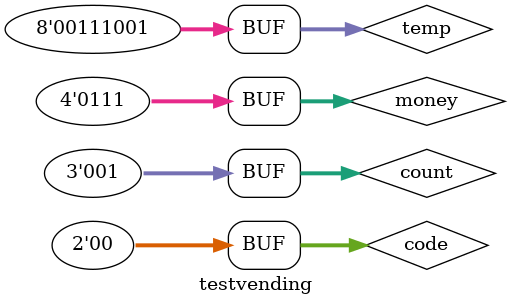
<source format=v>
`timescale 1ns / 1ps


module testvending;

	// Inputs
	reg [1:0] code;
	reg [2:0] count;
	reg [7:0] temp;
	reg [3:0] money;

	// Outputs
	wire posibility;
	wire [3:0] remaining;

	// Instantiate the Unit Under Test (UUT)
	vendingmachine uut (
		.code(code), 
		.count(count), 
		.temp(temp), 
		.money(money), 
		.posibility(posibility), 
		.remaining(remaining)
	);

	initial begin
		// Initialize Inputs
		code = 0;
		count = 0;
		temp = 0;
		money = 0;

		// Wait 100 ns for global reset to finish
		#100;
        
		code = 2'b00;
		count =3'b001;
		temp = 8'b00111001;
		money = 1111;
		// Add stimulus here

	end
      
endmodule


</source>
